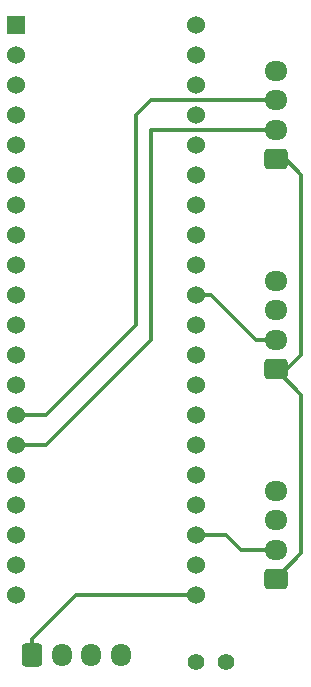
<source format=gtl>
G04 #@! TF.GenerationSoftware,KiCad,Pcbnew,6.0.2+dfsg-1*
G04 #@! TF.CreationDate,2022-08-28T17:00:03+02:00*
G04 #@! TF.ProjectId,serialMonster,73657269-616c-44d6-9f6e-737465722e6b,0.1*
G04 #@! TF.SameCoordinates,Original*
G04 #@! TF.FileFunction,Copper,L1,Top*
G04 #@! TF.FilePolarity,Positive*
%FSLAX46Y46*%
G04 Gerber Fmt 4.6, Leading zero omitted, Abs format (unit mm)*
G04 Created by KiCad (PCBNEW 6.0.2+dfsg-1) date 2022-08-28 17:00:03*
%MOMM*%
%LPD*%
G01*
G04 APERTURE LIST*
G04 Aperture macros list*
%AMRoundRect*
0 Rectangle with rounded corners*
0 $1 Rounding radius*
0 $2 $3 $4 $5 $6 $7 $8 $9 X,Y pos of 4 corners*
0 Add a 4 corners polygon primitive as box body*
4,1,4,$2,$3,$4,$5,$6,$7,$8,$9,$2,$3,0*
0 Add four circle primitives for the rounded corners*
1,1,$1+$1,$2,$3*
1,1,$1+$1,$4,$5*
1,1,$1+$1,$6,$7*
1,1,$1+$1,$8,$9*
0 Add four rect primitives between the rounded corners*
20,1,$1+$1,$2,$3,$4,$5,0*
20,1,$1+$1,$4,$5,$6,$7,0*
20,1,$1+$1,$6,$7,$8,$9,0*
20,1,$1+$1,$8,$9,$2,$3,0*%
G04 Aperture macros list end*
G04 #@! TA.AperFunction,ComponentPad*
%ADD10RoundRect,0.250000X0.725000X-0.600000X0.725000X0.600000X-0.725000X0.600000X-0.725000X-0.600000X0*%
G04 #@! TD*
G04 #@! TA.AperFunction,ComponentPad*
%ADD11O,1.950000X1.700000*%
G04 #@! TD*
G04 #@! TA.AperFunction,ComponentPad*
%ADD12C,1.400000*%
G04 #@! TD*
G04 #@! TA.AperFunction,ComponentPad*
%ADD13C,1.524000*%
G04 #@! TD*
G04 #@! TA.AperFunction,ComponentPad*
%ADD14R,1.524000X1.524000*%
G04 #@! TD*
G04 #@! TA.AperFunction,ComponentPad*
%ADD15RoundRect,0.250000X-0.600000X-0.725000X0.600000X-0.725000X0.600000X0.725000X-0.600000X0.725000X0*%
G04 #@! TD*
G04 #@! TA.AperFunction,ComponentPad*
%ADD16O,1.700000X1.950000*%
G04 #@! TD*
G04 #@! TA.AperFunction,Conductor*
%ADD17C,0.350000*%
G04 #@! TD*
G04 APERTURE END LIST*
D10*
X113390000Y-126305000D03*
D11*
X113390000Y-123805000D03*
X113390000Y-121305000D03*
X113390000Y-118805000D03*
D12*
X109220000Y-151130000D03*
X106680000Y-151130000D03*
D13*
X106680000Y-97155000D03*
X106680000Y-99695000D03*
X106680000Y-102235000D03*
X106680000Y-104775000D03*
X106680000Y-107315000D03*
X106680000Y-109855000D03*
X106680000Y-112395000D03*
X106680000Y-114935000D03*
X106680000Y-117475000D03*
X106680000Y-120015000D03*
X106680000Y-122555000D03*
X106680000Y-125095000D03*
X106680000Y-127635000D03*
X106680000Y-130175000D03*
X106680000Y-132715000D03*
X106680000Y-135255000D03*
X106680000Y-137795000D03*
X106680000Y-140335000D03*
X106680000Y-142875000D03*
X106680000Y-145415000D03*
X91440000Y-145415000D03*
X91440000Y-142875000D03*
X91440000Y-140335000D03*
X91440000Y-137795000D03*
X91440000Y-135255000D03*
X91440000Y-132715000D03*
X91440000Y-130175000D03*
X91440000Y-127635000D03*
X91440000Y-125095000D03*
X91440000Y-122555000D03*
X91440000Y-120015000D03*
X91440000Y-117475000D03*
X91440000Y-114935000D03*
X91440000Y-112395000D03*
X91440000Y-109855000D03*
X91440000Y-107315000D03*
X91440000Y-104775000D03*
X91440000Y-102235000D03*
X91440000Y-99695000D03*
D14*
X91440000Y-97155000D03*
D10*
X113390000Y-108525000D03*
D11*
X113390000Y-106025000D03*
X113390000Y-103525000D03*
X113390000Y-101025000D03*
D10*
X113390000Y-144085000D03*
D11*
X113390000Y-141585000D03*
X113390000Y-139085000D03*
X113390000Y-136585000D03*
D15*
X92770000Y-150495000D03*
D16*
X95270000Y-150495000D03*
X97770000Y-150495000D03*
X100270000Y-150495000D03*
D17*
X102870000Y-106045000D02*
X102890000Y-106025000D01*
X102890000Y-106025000D02*
X113390000Y-106025000D01*
X102870000Y-103505000D02*
X102890000Y-103525000D01*
X102890000Y-103525000D02*
X113390000Y-103525000D01*
X91440000Y-132715000D02*
X93980000Y-132715000D01*
X93980000Y-132715000D02*
X102870000Y-123825000D01*
X102870000Y-123825000D02*
X102870000Y-106045000D01*
X113390000Y-126305000D02*
X115570000Y-128485000D01*
X115570000Y-128485000D02*
X115570000Y-141905000D01*
X115570000Y-141905000D02*
X113390000Y-144085000D01*
X115570000Y-109855000D02*
X115570000Y-125095000D01*
X113390000Y-108525000D02*
X114240000Y-108525000D01*
X114240000Y-108525000D02*
X115570000Y-109855000D01*
X115570000Y-125095000D02*
X114360000Y-126305000D01*
X114360000Y-126305000D02*
X113390000Y-126305000D01*
X91440000Y-130175000D02*
X93980000Y-130175000D01*
X93980000Y-130175000D02*
X101600000Y-122555000D01*
X101600000Y-122555000D02*
X101600000Y-104775000D01*
X101600000Y-104775000D02*
X102870000Y-103505000D01*
X106680000Y-120015000D02*
X107950000Y-120015000D01*
X107950000Y-120015000D02*
X111760000Y-123825000D01*
X111760000Y-123825000D02*
X111780000Y-123805000D01*
X111780000Y-123805000D02*
X113390000Y-123805000D01*
X109220000Y-140335000D02*
X110490000Y-141605000D01*
X106680000Y-140335000D02*
X109220000Y-140335000D01*
X110490000Y-141605000D02*
X110510000Y-141585000D01*
X110510000Y-141585000D02*
X113390000Y-141585000D01*
X92770000Y-149165000D02*
X96520000Y-145415000D01*
X96520000Y-145415000D02*
X106680000Y-145415000D01*
X92770000Y-150495000D02*
X92770000Y-149165000D01*
M02*

</source>
